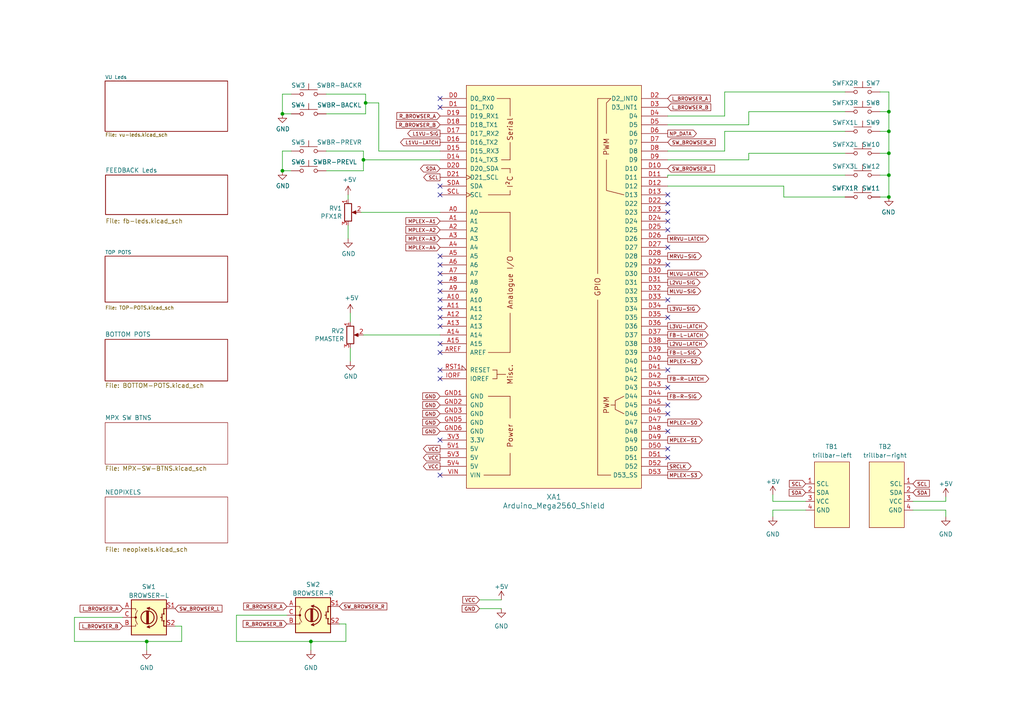
<source format=kicad_sch>
(kicad_sch (version 20210621) (generator eeschema)
  (paper "A4")
  (lib_symbols
    (symbol "Device:R_Potentiometer" (pin_names (offset 1.016) hide)
      (property "Reference" "RV" (at -4.445 0 90))
      (property "Value" "R_Potentiometer" (at -2.54 0 90))
      (symbol "R_Potentiometer_0_1"
        (rectangle (start 1.016 2.54) (end -1.016 -2.54) (stroke (width 0.254)))
        (polyline (pts (xy 2.54 0) (xy 1.524 0)))
        (polyline (pts (xy 1.143 0) (xy 2.286 0.508) (xy 2.286 -0.508) (xy 1.143 0)) (fill (type outline)))
      )
      (symbol "R_Potentiometer_1_1"
        (pin passive line (at 0 3.81 270) (length 1.27) (name "1") (number "1"))
        (pin passive line (at 3.81 0 180) (length 1.27) (name "2") (number "2"))
        (pin passive line (at 0 -3.81 90) (length 1.27) (name "3") (number "3"))
      )
    )
    (symbol "Device:RotaryEncoder_Switch" (pin_names (offset 0.254) hide)
      (property "Reference" "SW" (at 0 6.604 0))
      (property "Value" "RotaryEncoder_Switch" (at 0 -6.604 0))
      (symbol "RotaryEncoder_Switch_0_1"
        (arc (start -0.381 -2.794) (end -0.381 2.667) (radius (at -0.381 -0.0508) (length 2.7432) (angles -89.9 89.9)) (stroke (width 0.254)))
        (circle (center -0.381 0) (radius 1.905) (stroke (width 0.254)))
        (circle (center 4.318 -1.016) (radius 0.127) (stroke (width 0.254)))
        (circle (center 4.318 1.016) (radius 0.127) (stroke (width 0.254)))
        (circle (center -3.81 0) (radius 0.254) (fill (type outline)))
        (rectangle (start -5.08 5.08) (end 5.08 -5.08) (stroke (width 0.254)) (fill (type background)))
        (polyline (pts (xy -0.635 -1.778) (xy -0.635 1.778)) (stroke (width 0.254)))
        (polyline (pts (xy -0.381 -1.778) (xy -0.381 1.778)) (stroke (width 0.254)))
        (polyline (pts (xy -0.127 1.778) (xy -0.127 -1.778)) (stroke (width 0.254)))
        (polyline (pts (xy 3.81 0) (xy 3.429 0)) (stroke (width 0.254)))
        (polyline (pts (xy 3.81 1.016) (xy 3.81 -1.016)) (stroke (width 0.254)))
        (polyline (pts (xy -5.08 -2.54) (xy -3.81 -2.54) (xy -3.81 -2.032)))
        (polyline (pts (xy -5.08 2.54) (xy -3.81 2.54) (xy -3.81 2.032)))
        (polyline (pts (xy 0.254 -3.048) (xy -0.508 -2.794) (xy 0.127 -2.413)) (stroke (width 0.254)))
        (polyline (pts (xy 0.254 2.921) (xy -0.508 2.667) (xy 0.127 2.286)) (stroke (width 0.254)))
        (polyline (pts (xy 5.08 -2.54) (xy 4.318 -2.54) (xy 4.318 -1.016)) (stroke (width 0.254)))
        (polyline (pts (xy 5.08 2.54) (xy 4.318 2.54) (xy 4.318 1.016)) (stroke (width 0.254)))
        (polyline (pts (xy -5.08 0) (xy -3.81 0) (xy -3.81 -1.016) (xy -3.302 -2.032)))
        (polyline (pts (xy -4.318 0) (xy -3.81 0) (xy -3.81 1.016) (xy -3.302 2.032)))
      )
      (symbol "RotaryEncoder_Switch_1_1"
        (pin passive line (at -7.62 2.54 0) (length 2.54) (name "A") (number "A"))
        (pin passive line (at -7.62 -2.54 0) (length 2.54) (name "B") (number "B"))
        (pin passive line (at -7.62 0 0) (length 2.54) (name "C") (number "C"))
        (pin passive line (at 7.62 2.54 180) (length 2.54) (name "S1") (number "S1"))
        (pin passive line (at 7.62 -2.54 180) (length 2.54) (name "S2") (number "S2"))
      )
    )
    (symbol "mixduino-mk2:Arduino_Mega2560_Shield" (pin_names (offset 1.016))
      (property "Reference" "XA1" (at 0 -60.96 0))
      (property "Value" "Arduino_Mega2560_Shield" (at 0 -63.5 0))
      (symbol "Arduino_Mega2560_Shield_0_0"
        (text "Analogue I/O" (at -12.7 1.27 900) (effects (font (size 1.524 1.524))))
        (text "I²C" (at -12.7 30.48 900) (effects (font (size 1.524 1.524))))
        (text "Misc." (at -12.7 -25.4 900) (effects (font (size 1.524 1.524))))
        (text "Power" (at -12.7 -43.18 900) (effects (font (size 1.524 1.524))))
        (text "PWM" (at 15.24 -34.29 900) (effects (font (size 1.524 1.524))))
        (text "PWM" (at 15.24 40.64 900) (effects (font (size 1.524 1.524))))
        (text "Serial" (at -12.7 45.72 900) (effects (font (size 1.524 1.524))))
        (rectangle (start -20.32 -54.61) (end -12.7 -54.61))
        (rectangle (start -19.05 -31.75) (end -12.7 -31.75))
        (rectangle (start -19.05 -19.05) (end -12.7 -19.05))
        (rectangle (start -19.05 26.67) (end -12.7 26.67))
        (rectangle (start -17.78 -26.67) (end -16.51 -26.67))
        (rectangle (start -17.78 -24.13) (end -16.51 -24.13))
        (rectangle (start -16.51 -25.4) (end -13.97 -25.4))
        (rectangle (start -16.51 -24.13) (end -16.51 -26.67))
        (rectangle (start -16.51 54.61) (end -12.7 54.61))
        (rectangle (start -15.24 34.29) (end -12.7 34.29))
        (rectangle (start -15.24 36.83) (end -12.7 36.83))
        (rectangle (start -12.7 -54.61) (end -12.7 -48.26))
        (rectangle (start -12.7 -31.75) (end -12.7 -38.1))
        (rectangle (start -12.7 26.67) (end -12.7 27.94))
        (rectangle (start -12.7 34.29) (end -12.7 33.02))
        (rectangle (start -12.7 41.91) (end -12.7 36.83))
        (rectangle (start -12.7 49.53) (end -12.7 54.61))
        (rectangle (start -25.4 -58.42) (end 25.4 58.42) (fill (type background)))
        (polyline (pts (xy -21.59 21.59) (xy -12.7 21.59)))
        (polyline (pts (xy -12.7 -19.05) (xy -12.7 -7.62)))
        (polyline (pts (xy -12.7 10.16) (xy -12.7 21.59)))
        (polyline (pts (xy 12.7 -54.61) (xy 16.51 -54.61)))
        (polyline (pts (xy 12.7 54.61) (xy 16.51 54.61)))
        (polyline (pts (xy 17.78 -34.29) (xy 16.51 -34.29)))
        (polyline (pts (xy 15.24 36.83) (xy 15.24 27.94) (xy 20.32 26.67)))
        (polyline (pts (xy 15.24 44.45) (xy 15.24 53.34) (xy 16.51 54.61)))
        (polyline (pts (xy 20.32 -31.75) (xy 17.78 -33.02) (xy 17.78 -35.56) (xy 20.32 -36.83)))
      )
      (symbol "Arduino_Mega2560_Shield_1_0"
        (text "GPIO" (at 12.7 0 900) (effects (font (size 1.524 1.524))))
        (rectangle (start 12.7 -54.61) (end 12.7 -3.81))
        (rectangle (start 12.7 54.61) (end 12.7 3.81))
      )
      (symbol "Arduino_Mega2560_Shield_1_1"
        (pin power_in line (at -33.02 -44.45 0) (length 7.62) (name "3.3V") (number "3V3"))
        (pin power_in line (at -33.02 -46.99 0) (length 7.62) (name "5V") (number "5V1"))
        (pin power_in line (at -33.02 -49.53 0) (length 7.62) (name "5V") (number "5V3"))
        (pin power_in line (at -33.02 -52.07 0) (length 7.62) (name "5V") (number "5V4"))
        (pin bidirectional line (at -33.02 21.59 0) (length 7.62) (name "A0") (number "A0"))
        (pin bidirectional line (at -33.02 19.05 0) (length 7.62) (name "A1") (number "A1"))
        (pin bidirectional line (at -33.02 -3.81 0) (length 7.62) (name "A10") (number "A10"))
        (pin bidirectional line (at -33.02 -6.35 0) (length 7.62) (name "A11") (number "A11"))
        (pin bidirectional line (at -33.02 -8.89 0) (length 7.62) (name "A12") (number "A12"))
        (pin bidirectional line (at -33.02 -11.43 0) (length 7.62) (name "A13") (number "A13"))
        (pin bidirectional line (at -33.02 -13.97 0) (length 7.62) (name "A14") (number "A14"))
        (pin bidirectional line (at -33.02 -16.51 0) (length 7.62) (name "A15") (number "A15"))
        (pin bidirectional line (at -33.02 16.51 0) (length 7.62) (name "A2") (number "A2"))
        (pin bidirectional line (at -33.02 13.97 0) (length 7.62) (name "A3") (number "A3"))
        (pin bidirectional line (at -33.02 11.43 0) (length 7.62) (name "A4") (number "A4"))
        (pin bidirectional line (at -33.02 8.89 0) (length 7.62) (name "A5") (number "A5"))
        (pin bidirectional line (at -33.02 6.35 0) (length 7.62) (name "A6") (number "A6"))
        (pin bidirectional line (at -33.02 3.81 0) (length 7.62) (name "A7") (number "A7"))
        (pin bidirectional line (at -33.02 1.27 0) (length 7.62) (name "A8") (number "A8"))
        (pin bidirectional line (at -33.02 -1.27 0) (length 7.62) (name "A9") (number "A9"))
        (pin input line (at -33.02 -19.05 0) (length 7.62) (name "AREF") (number "AREF"))
        (pin bidirectional line (at -33.02 54.61 0) (length 7.62) (name "D0_RX0") (number "D0"))
        (pin bidirectional line (at -33.02 52.07 0) (length 7.62) (name "D1_TX0") (number "D1"))
        (pin bidirectional line (at 33.02 34.29 180) (length 7.62) (name "D10") (number "D10"))
        (pin bidirectional line (at 33.02 31.75 180) (length 7.62) (name "D11") (number "D11"))
        (pin bidirectional line (at 33.02 29.21 180) (length 7.62) (name "D12") (number "D12"))
        (pin bidirectional line (at 33.02 26.67 180) (length 7.62) (name "D13") (number "D13"))
        (pin bidirectional line (at -33.02 36.83 0) (length 7.62) (name "D14_TX3") (number "D14"))
        (pin bidirectional line (at -33.02 39.37 0) (length 7.62) (name "D15_RX3") (number "D15"))
        (pin bidirectional line (at -33.02 41.91 0) (length 7.62) (name "D16_TX2") (number "D16"))
        (pin bidirectional line (at -33.02 44.45 0) (length 7.62) (name "D17_RX2") (number "D17"))
        (pin bidirectional line (at -33.02 46.99 0) (length 7.62) (name "D18_TX1") (number "D18"))
        (pin bidirectional line (at -33.02 49.53 0) (length 7.62) (name "D19_RX1") (number "D19"))
        (pin bidirectional line (at 33.02 54.61 180) (length 7.62) (name "D2_INT0") (number "D2"))
        (pin bidirectional line (at -33.02 34.29 0) (length 7.62) (name "D20_SDA") (number "D20"))
        (pin bidirectional clock (at -33.02 31.75 0) (length 7.62) (name "D21_SCL") (number "D21"))
        (pin bidirectional line (at 33.02 24.13 180) (length 7.62) (name "D22") (number "D22"))
        (pin bidirectional line (at 33.02 21.59 180) (length 7.62) (name "D23") (number "D23"))
        (pin bidirectional line (at 33.02 19.05 180) (length 7.62) (name "D24") (number "D24"))
        (pin bidirectional line (at 33.02 16.51 180) (length 7.62) (name "D25") (number "D25"))
        (pin bidirectional line (at 33.02 13.97 180) (length 7.62) (name "D26") (number "D26"))
        (pin bidirectional line (at 33.02 11.43 180) (length 7.62) (name "D27") (number "D27"))
        (pin bidirectional line (at 33.02 8.89 180) (length 7.62) (name "D28") (number "D28"))
        (pin bidirectional line (at 33.02 6.35 180) (length 7.62) (name "D29") (number "D29"))
        (pin bidirectional line (at 33.02 52.07 180) (length 7.62) (name "D3_INT1") (number "D3"))
        (pin bidirectional line (at 33.02 3.81 180) (length 7.62) (name "D30") (number "D30"))
        (pin bidirectional line (at 33.02 1.27 180) (length 7.62) (name "D31") (number "D31"))
        (pin bidirectional line (at 33.02 -1.27 180) (length 7.62) (name "D32") (number "D32"))
        (pin bidirectional line (at 33.02 -3.81 180) (length 7.62) (name "D33") (number "D33"))
        (pin bidirectional line (at 33.02 -6.35 180) (length 7.62) (name "D34") (number "D34"))
        (pin bidirectional line (at 33.02 -8.89 180) (length 7.62) (name "D35") (number "D35"))
        (pin bidirectional line (at 33.02 -11.43 180) (length 7.62) (name "D36") (number "D36"))
        (pin bidirectional line (at 33.02 -13.97 180) (length 7.62) (name "D37") (number "D37"))
        (pin bidirectional line (at 33.02 -16.51 180) (length 7.62) (name "D38") (number "D38"))
        (pin bidirectional line (at 33.02 -19.05 180) (length 7.62) (name "D39") (number "D39"))
        (pin bidirectional line (at 33.02 49.53 180) (length 7.62) (name "D4") (number "D4"))
        (pin bidirectional line (at 33.02 -21.59 180) (length 7.62) (name "D40") (number "D40"))
        (pin bidirectional line (at 33.02 -24.13 180) (length 7.62) (name "D41") (number "D41"))
        (pin bidirectional line (at 33.02 -26.67 180) (length 7.62) (name "D42") (number "D42"))
        (pin bidirectional line (at 33.02 -29.21 180) (length 7.62) (name "D43") (number "D43"))
        (pin bidirectional line (at 33.02 -31.75 180) (length 7.62) (name "D44") (number "D44"))
        (pin bidirectional line (at 33.02 -34.29 180) (length 7.62) (name "D45") (number "D45"))
        (pin bidirectional line (at 33.02 -36.83 180) (length 7.62) (name "D46") (number "D46"))
        (pin bidirectional line (at 33.02 -39.37 180) (length 7.62) (name "D47") (number "D47"))
        (pin bidirectional line (at 33.02 -41.91 180) (length 7.62) (name "D48") (number "D48"))
        (pin bidirectional line (at 33.02 -44.45 180) (length 7.62) (name "D49") (number "D49"))
        (pin bidirectional line (at 33.02 46.99 180) (length 7.62) (name "D5") (number "D5"))
        (pin bidirectional line (at 33.02 -46.99 180) (length 7.62) (name "D50") (number "D50"))
        (pin bidirectional line (at 33.02 -49.53 180) (length 7.62) (name "D51") (number "D51"))
        (pin bidirectional line (at 33.02 -52.07 180) (length 7.62) (name "D52") (number "D52"))
        (pin bidirectional line (at 33.02 -54.61 180) (length 7.62) (name "D53_SS") (number "D53"))
        (pin bidirectional line (at 33.02 44.45 180) (length 7.62) (name "D6") (number "D6"))
        (pin bidirectional line (at 33.02 41.91 180) (length 7.62) (name "D7") (number "D7"))
        (pin bidirectional line (at 33.02 39.37 180) (length 7.62) (name "D8") (number "D8"))
        (pin bidirectional line (at 33.02 36.83 180) (length 7.62) (name "D9") (number "D9"))
        (pin power_in line (at -33.02 -31.75 0) (length 7.62) (name "GND") (number "GND1"))
        (pin power_in line (at -33.02 -34.29 0) (length 7.62) (name "GND") (number "GND2"))
        (pin power_in line (at -33.02 -36.83 0) (length 7.62) (name "GND") (number "GND3"))
        (pin power_in line (at -33.02 -39.37 0) (length 7.62) (name "GND") (number "GND5"))
        (pin power_in line (at -33.02 -41.91 0) (length 7.62) (name "GND") (number "GND6"))
        (pin output line (at -33.02 -26.67 0) (length 7.62) (name "IOREF") (number "IORF"))
        (pin open_collector input_low (at -33.02 -24.13 0) (length 7.62) (name "RESET") (number "RST1"))
        (pin bidirectional clock (at -33.02 26.67 0) (length 7.62) (name "SCL") (number "SCL"))
        (pin bidirectional line (at -33.02 29.21 0) (length 7.62) (name "SDA") (number "SDA"))
        (pin power_in line (at -33.02 -54.61 0) (length 7.62) (name "VIN") (number "VIN"))
      )
    )
    (symbol "mixduino-mk2:SW_Push" (pin_numbers hide) (pin_names (offset 1.016) hide)
      (property "Reference" "SW" (at -5.08 2.54 0))
      (property "Value" "SW_Push" (at 5.08 2.54 0))
      (symbol "SW_Push_0_1"
        (circle (center -2.032 0) (radius 0.508))
        (circle (center 2.032 0) (radius 0.508))
        (polyline (pts (xy 0 1.27) (xy 0 3.048)))
        (polyline (pts (xy 2.54 1.27) (xy -2.54 1.27)))
        (pin passive line (at -5.08 0 0) (length 2.54) (name "1") (number "1"))
        (pin passive line (at 5.08 0 180) (length 2.54) (name "2") (number "2"))
      )
    )
    (symbol "mixduino-mk2:trillbar"
      (property "Reference" "TB1" (at -1.905 14.6051 0))
      (property "Value" "trillbar" (at -5.715 12.0651 0))
      (symbol "trillbar_0_1"
        (rectangle (start -5.08 10.16) (end 5.08 -8.89) (stroke (width 0.1524)) (fill (type background)))
      )
      (symbol "trillbar_1_1"
        (pin input line (at 7.62 3.81 180) (length 2.54) (name "SCL") (number "1"))
        (pin bidirectional line (at 7.62 1.27 180) (length 2.54) (name "SDA") (number "2"))
        (pin power_in line (at 7.62 -1.27 180) (length 2.54) (name "VCC") (number "3"))
        (pin power_in line (at 7.62 -3.81 180) (length 2.54) (name "GND") (number "4"))
      )
    )
    (symbol "power:+5V" (power) (pin_names (offset 0))
      (property "Value" "+5V" (at 0 3.556 0))
      (symbol "+5V_0_1"
        (polyline (pts (xy -0.762 1.27) (xy 0 2.54)))
        (polyline (pts (xy 0 0) (xy 0 2.54)))
        (polyline (pts (xy 0 2.54) (xy 0.762 1.27)))
      )
      (symbol "+5V_1_1"
        (pin power_in line (at 0 0 90) (length 0) hide (name "+5V") (number "1"))
      )
    )
    (symbol "power:GND" (power) (pin_names (offset 0))
      (property "Value" "GND" (at 0 -3.81 0))
      (symbol "GND_0_1"
        (polyline (pts (xy 0 0) (xy 0 -1.27) (xy 1.27 -1.27) (xy 0 -2.54) (xy -1.27 -1.27) (xy 0 -1.27)))
      )
      (symbol "GND_1_1"
        (pin power_in line (at 0 0 270) (length 0) hide (name "GND") (number "1"))
      )
    )
  )
  (junction (at 42.545 186.055) (diameter 0.9144))
  (junction (at 81.915 33.02) (diameter 0.9144))
  (junction (at 81.915 49.53) (diameter 0.9144))
  (junction (at 90.17 186.055) (diameter 0.9144))
  (junction (at 105.41 46.355) (diameter 0.9144))
  (junction (at 106.045 29.845) (diameter 0.9144))
  (junction (at 257.81 32.385) (diameter 0.9144))
  (junction (at 257.81 38.1) (diameter 0.9144))
  (junction (at 257.81 44.45) (diameter 0.9144))
  (junction (at 257.81 50.8) (diameter 0.9144))
  (junction (at 257.81 57.15) (diameter 0.9144))
  (no_connect (at 127.635 28.575))
  (no_connect (at 127.635 31.115))
  (no_connect (at 127.635 53.975))
  (no_connect (at 127.635 56.515))
  (no_connect (at 127.635 74.295))
  (no_connect (at 127.635 76.835))
  (no_connect (at 127.635 79.375))
  (no_connect (at 127.635 81.915))
  (no_connect (at 127.635 84.455))
  (no_connect (at 127.635 86.995))
  (no_connect (at 127.635 89.535))
  (no_connect (at 127.635 92.075))
  (no_connect (at 127.635 94.615))
  (no_connect (at 127.635 99.695))
  (no_connect (at 127.635 102.235))
  (no_connect (at 127.635 107.315))
  (no_connect (at 127.635 109.855))
  (no_connect (at 127.635 127.635))
  (no_connect (at 127.635 137.795))
  (no_connect (at 193.675 56.515))
  (no_connect (at 193.675 59.055))
  (no_connect (at 193.675 61.595))
  (no_connect (at 193.675 64.135))
  (no_connect (at 193.675 66.675))
  (no_connect (at 193.675 71.755))
  (no_connect (at 193.675 76.835))
  (no_connect (at 193.675 86.995))
  (no_connect (at 193.675 92.075))
  (no_connect (at 193.675 107.315))
  (no_connect (at 193.675 112.395))
  (no_connect (at 193.675 117.475))
  (no_connect (at 193.675 120.015))
  (no_connect (at 193.675 125.095))
  (no_connect (at 193.675 130.175))
  (no_connect (at 193.675 132.715))
  (wire (pts (xy 21.59 179.07) (xy 21.59 186.055)))
  (wire (pts (xy 21.59 186.055) (xy 42.545 186.055)))
  (wire (pts (xy 35.56 179.07) (xy 21.59 179.07)))
  (wire (pts (xy 42.545 186.055) (xy 42.545 188.595)))
  (wire (pts (xy 50.8 181.61) (xy 52.705 181.61)))
  (wire (pts (xy 52.705 181.61) (xy 52.705 186.055)))
  (wire (pts (xy 52.705 186.055) (xy 42.545 186.055)))
  (wire (pts (xy 68.58 178.435) (xy 68.58 186.055)))
  (wire (pts (xy 68.58 186.055) (xy 90.17 186.055)))
  (wire (pts (xy 81.915 27.305) (xy 81.915 33.02)))
  (wire (pts (xy 81.915 43.815) (xy 81.915 49.53)))
  (wire (pts (xy 83.185 178.435) (xy 68.58 178.435)))
  (wire (pts (xy 84.455 27.305) (xy 81.915 27.305)))
  (wire (pts (xy 84.455 33.02) (xy 81.915 33.02)))
  (wire (pts (xy 84.455 43.815) (xy 81.915 43.815)))
  (wire (pts (xy 84.455 49.53) (xy 81.915 49.53)))
  (wire (pts (xy 90.17 186.055) (xy 90.17 188.595)))
  (wire (pts (xy 94.615 33.02) (xy 106.045 33.02)))
  (wire (pts (xy 94.615 49.53) (xy 105.41 49.53)))
  (wire (pts (xy 98.425 180.975) (xy 100.33 180.975)))
  (wire (pts (xy 100.33 180.975) (xy 100.33 186.055)))
  (wire (pts (xy 100.33 186.055) (xy 90.17 186.055)))
  (wire (pts (xy 100.965 56.515) (xy 100.965 57.785)))
  (wire (pts (xy 100.965 69.215) (xy 100.965 65.405)))
  (wire (pts (xy 101.6 90.805) (xy 101.6 93.345)))
  (wire (pts (xy 101.6 104.775) (xy 101.6 100.965)))
  (wire (pts (xy 104.775 61.595) (xy 127.635 61.595)))
  (wire (pts (xy 105.41 43.815) (xy 94.615 43.815)))
  (wire (pts (xy 105.41 46.355) (xy 105.41 43.815)))
  (wire (pts (xy 105.41 49.53) (xy 105.41 46.355)))
  (wire (pts (xy 105.41 97.155) (xy 127.635 97.155)))
  (wire (pts (xy 106.045 27.305) (xy 94.615 27.305)))
  (wire (pts (xy 106.045 27.305) (xy 106.045 29.845)))
  (wire (pts (xy 106.045 29.845) (xy 106.045 33.02)))
  (wire (pts (xy 109.855 29.845) (xy 106.045 29.845)))
  (wire (pts (xy 109.855 43.815) (xy 109.855 29.845)))
  (wire (pts (xy 127.635 43.815) (xy 109.855 43.815)))
  (wire (pts (xy 127.635 46.355) (xy 105.41 46.355)))
  (wire (pts (xy 139.065 173.99) (xy 145.415 173.99)))
  (wire (pts (xy 139.065 176.53) (xy 145.415 176.53)))
  (wire (pts (xy 193.675 33.655) (xy 210.185 33.655)))
  (wire (pts (xy 193.675 43.815) (xy 210.185 43.815)))
  (wire (pts (xy 193.675 46.355) (xy 217.17 46.355)))
  (wire (pts (xy 193.675 50.8) (xy 193.675 51.435)))
  (wire (pts (xy 193.675 50.8) (xy 245.11 50.8)))
  (wire (pts (xy 193.675 53.975) (xy 227.33 53.975)))
  (wire (pts (xy 210.185 26.67) (xy 245.11 26.67)))
  (wire (pts (xy 210.185 33.655) (xy 210.185 26.67)))
  (wire (pts (xy 210.185 38.1) (xy 210.185 43.815)))
  (wire (pts (xy 217.17 32.385) (xy 217.17 36.195)))
  (wire (pts (xy 217.17 36.195) (xy 193.675 36.195)))
  (wire (pts (xy 217.17 44.45) (xy 217.17 46.355)))
  (wire (pts (xy 224.155 145.415) (xy 224.155 143.51)))
  (wire (pts (xy 224.155 147.955) (xy 224.155 149.86)))
  (wire (pts (xy 227.33 53.975) (xy 227.33 57.15)))
  (wire (pts (xy 227.33 57.15) (xy 245.11 57.15)))
  (wire (pts (xy 233.68 145.415) (xy 224.155 145.415)))
  (wire (pts (xy 233.68 147.955) (xy 224.155 147.955)))
  (wire (pts (xy 245.11 32.385) (xy 217.17 32.385)))
  (wire (pts (xy 245.11 38.1) (xy 210.185 38.1)))
  (wire (pts (xy 245.11 44.45) (xy 217.17 44.45)))
  (wire (pts (xy 255.27 26.67) (xy 257.81 26.67)))
  (wire (pts (xy 255.27 32.385) (xy 257.81 32.385)))
  (wire (pts (xy 255.27 38.1) (xy 257.81 38.1)))
  (wire (pts (xy 255.27 44.45) (xy 257.81 44.45)))
  (wire (pts (xy 255.27 50.8) (xy 257.81 50.8)))
  (wire (pts (xy 255.27 57.15) (xy 257.81 57.15)))
  (wire (pts (xy 257.81 26.67) (xy 257.81 32.385)))
  (wire (pts (xy 257.81 32.385) (xy 257.81 38.1)))
  (wire (pts (xy 257.81 38.1) (xy 257.81 44.45)))
  (wire (pts (xy 257.81 44.45) (xy 257.81 50.8)))
  (wire (pts (xy 257.81 50.8) (xy 257.81 57.15)))
  (wire (pts (xy 264.795 145.415) (xy 274.32 145.415)))
  (wire (pts (xy 264.795 147.955) (xy 274.32 147.955)))
  (wire (pts (xy 274.32 145.415) (xy 274.32 144.145)))
  (wire (pts (xy 274.32 147.955) (xy 274.32 149.86)))
  (global_label "L_BROWSER_A" (shape input) (at 35.56 176.53 180) (effects (font (size 1.016 1.016))) (property "Intersheet References" "${INTERSHEET_REFS}" (effects hide)))
  (global_label "L_BROWSER_B" (shape input) (at 35.56 181.61 180) (effects (font (size 1.016 1.016))) (property "Intersheet References" "${INTERSHEET_REFS}" (effects hide)))
  (global_label "SW_BROWSER_L" (shape input) (at 50.8 176.53 0) (effects (font (size 1.016 1.016))) (property "Intersheet References" "${INTERSHEET_REFS}" (effects hide)))
  (global_label "R_BROWSER_A" (shape input) (at 83.185 175.895 180) (effects (font (size 1.016 1.016))) (property "Intersheet References" "${INTERSHEET_REFS}" (effects hide)))
  (global_label "R_BROWSER_B" (shape input) (at 83.185 180.975 180) (effects (font (size 1.016 1.016))) (property "Intersheet References" "${INTERSHEET_REFS}" (effects hide)))
  (global_label "SW_BROWSER_R" (shape input) (at 98.425 175.895 0) (effects (font (size 1.016 1.016))) (property "Intersheet References" "${INTERSHEET_REFS}" (effects hide)))
  (global_label "R_BROWSER_A" (shape input) (at 127.635 33.655 180) (effects (font (size 1.016 1.016))) (property "Intersheet References" "${INTERSHEET_REFS}" (effects hide)))
  (global_label "R_BROWSER_B" (shape input) (at 127.635 36.195 180) (effects (font (size 1.016 1.016))) (property "Intersheet References" "${INTERSHEET_REFS}" (effects hide)))
  (global_label "L1VU-SIG" (shape output) (at 127.635 38.735 180) (effects (font (size 1.016 1.016))) (property "Intersheet References" "${INTERSHEET_REFS}" (effects hide)))
  (global_label "L1VU-LATCH" (shape output) (at 127.635 41.275 180) (effects (font (size 1.016 1.016))) (property "Intersheet References" "${INTERSHEET_REFS}" (effects hide)))
  (global_label "SDA" (shape bidirectional) (at 127.635 48.895 180) (effects (font (size 1.016 1.016))) (property "Intersheet References" "${INTERSHEET_REFS}" (effects hide)))
  (global_label "SCL" (shape output) (at 127.635 51.435 180) (effects (font (size 1.016 1.016))) (property "Intersheet References" "${INTERSHEET_REFS}" (effects hide)))
  (global_label "MPLEX-A1" (shape input) (at 127.635 64.135 180) (effects (font (size 1.016 1.016))) (property "Intersheet References" "${INTERSHEET_REFS}" (effects hide)))
  (global_label "MPLEX-A2" (shape input) (at 127.635 66.675 180) (effects (font (size 1.016 1.016))) (property "Intersheet References" "${INTERSHEET_REFS}" (effects hide)))
  (global_label "MPLEX-A3" (shape input) (at 127.635 69.215 180) (effects (font (size 1.016 1.016))) (property "Intersheet References" "${INTERSHEET_REFS}" (effects hide)))
  (global_label "MPLEX-A4" (shape input) (at 127.635 71.755 180) (effects (font (size 1.016 1.016))) (property "Intersheet References" "${INTERSHEET_REFS}" (effects hide)))
  (global_label "GND" (shape input) (at 127.635 114.935 180) (effects (font (size 1.016 1.016))) (property "Intersheet References" "${INTERSHEET_REFS}" (effects hide)))
  (global_label "GND" (shape input) (at 127.635 117.475 180) (effects (font (size 1.016 1.016))) (property "Intersheet References" "${INTERSHEET_REFS}" (effects hide)))
  (global_label "GND" (shape input) (at 127.635 120.015 180) (effects (font (size 1.016 1.016))) (property "Intersheet References" "${INTERSHEET_REFS}" (effects hide)))
  (global_label "GND" (shape input) (at 127.635 122.555 180) (effects (font (size 1.016 1.016))) (property "Intersheet References" "${INTERSHEET_REFS}" (effects hide)))
  (global_label "GND" (shape input) (at 127.635 125.095 180) (effects (font (size 1.016 1.016))) (property "Intersheet References" "${INTERSHEET_REFS}" (effects hide)))
  (global_label "VCC" (shape output) (at 127.635 130.175 180) (effects (font (size 1.016 1.016))) (property "Intersheet References" "${INTERSHEET_REFS}" (effects hide)))
  (global_label "VCC" (shape output) (at 127.635 132.715 180) (effects (font (size 1.016 1.016))) (property "Intersheet References" "${INTERSHEET_REFS}" (effects hide)))
  (global_label "VCC" (shape output) (at 127.635 135.255 180) (effects (font (size 1.016 1.016))) (property "Intersheet References" "${INTERSHEET_REFS}" (effects hide)))
  (global_label "VCC" (shape input) (at 139.065 173.99 180) (effects (font (size 1.016 1.016))) (property "Intersheet References" "${INTERSHEET_REFS}" (effects hide)))
  (global_label "GND" (shape input) (at 139.065 176.53 180) (effects (font (size 1.016 1.016))) (property "Intersheet References" "${INTERSHEET_REFS}" (effects hide)))
  (global_label "L_BROWSER_A" (shape input) (at 193.675 28.575 0) (effects (font (size 1.016 1.016))) (property "Intersheet References" "${INTERSHEET_REFS}" (effects hide)))
  (global_label "L_BROWSER_B" (shape input) (at 193.675 31.115 0) (effects (font (size 1.016 1.016))) (property "Intersheet References" "${INTERSHEET_REFS}" (effects hide)))
  (global_label "NP_DATA" (shape output) (at 193.675 38.735 0) (effects (font (size 1.016 1.016))) (property "Intersheet References" "${INTERSHEET_REFS}" (effects hide)))
  (global_label "SW_BROWSER_R" (shape input) (at 193.675 41.275 0) (effects (font (size 1.016 1.016))) (property "Intersheet References" "${INTERSHEET_REFS}" (effects hide)))
  (global_label "SW_BROWSER_L" (shape input) (at 193.675 48.895 0) (effects (font (size 1.016 1.016))) (property "Intersheet References" "${INTERSHEET_REFS}" (effects hide)))
  (global_label "MRVU-LATCH" (shape output) (at 193.675 69.215 0) (effects (font (size 1.016 1.016))) (property "Intersheet References" "${INTERSHEET_REFS}" (effects hide)))
  (global_label "MRVU-SIG" (shape output) (at 193.675 74.295 0) (effects (font (size 1.016 1.016))) (property "Intersheet References" "${INTERSHEET_REFS}" (effects hide)))
  (global_label "MLVU-LATCH" (shape output) (at 193.675 79.375 0) (effects (font (size 1.016 1.016))) (property "Intersheet References" "${INTERSHEET_REFS}" (effects hide)))
  (global_label "L2VU-SIG" (shape output) (at 193.675 81.915 0) (effects (font (size 1.016 1.016))) (property "Intersheet References" "${INTERSHEET_REFS}" (effects hide)))
  (global_label "MLVU-SIG" (shape output) (at 193.675 84.455 0) (effects (font (size 1.016 1.016))) (property "Intersheet References" "${INTERSHEET_REFS}" (effects hide)))
  (global_label "L3VU-SIG" (shape output) (at 193.675 89.535 0) (effects (font (size 1.016 1.016))) (property "Intersheet References" "${INTERSHEET_REFS}" (effects hide)))
  (global_label "L3VU-LATCH" (shape output) (at 193.675 94.615 0) (effects (font (size 1.016 1.016))) (property "Intersheet References" "${INTERSHEET_REFS}" (effects hide)))
  (global_label "FB-L-LATCH" (shape output) (at 193.675 97.155 0) (effects (font (size 1.016 1.016))) (property "Intersheet References" "${INTERSHEET_REFS}" (effects hide)))
  (global_label "L2VU-LATCH" (shape output) (at 193.675 99.695 0) (effects (font (size 1.016 1.016))) (property "Intersheet References" "${INTERSHEET_REFS}" (effects hide)))
  (global_label "FB-L-SIG" (shape output) (at 193.675 102.235 0) (effects (font (size 1.016 1.016))) (property "Intersheet References" "${INTERSHEET_REFS}" (effects hide)))
  (global_label "MPLEX-S2" (shape output) (at 193.675 104.775 0) (effects (font (size 1.016 1.016))) (property "Intersheet References" "${INTERSHEET_REFS}" (effects hide)))
  (global_label "FB-R-LATCH" (shape output) (at 193.675 109.855 0) (effects (font (size 1.016 1.016))) (property "Intersheet References" "${INTERSHEET_REFS}" (effects hide)))
  (global_label "FB-R-SIG" (shape output) (at 193.675 114.935 0) (effects (font (size 1.016 1.016))) (property "Intersheet References" "${INTERSHEET_REFS}" (effects hide)))
  (global_label "MPLEX-S0" (shape output) (at 193.675 122.555 0) (effects (font (size 1.016 1.016))) (property "Intersheet References" "${INTERSHEET_REFS}" (effects hide)))
  (global_label "MPLEX-S1" (shape output) (at 193.675 127.635 0) (effects (font (size 1.016 1.016))) (property "Intersheet References" "${INTERSHEET_REFS}" (effects hide)))
  (global_label "SRCLK" (shape output) (at 193.675 135.255 0) (effects (font (size 1.016 1.016))) (property "Intersheet References" "${INTERSHEET_REFS}" (effects hide)))
  (global_label "MPLEX-S3" (shape output) (at 193.675 137.795 0) (effects (font (size 1.016 1.016))) (property "Intersheet References" "${INTERSHEET_REFS}" (effects hide)))
  (global_label "SCL" (shape input) (at 233.68 140.335 180) (effects (font (size 1.016 1.016))) (property "Intersheet References" "${INTERSHEET_REFS}" (effects hide)))
  (global_label "SDA" (shape input) (at 233.68 142.875 180) (effects (font (size 1.016 1.016))) (property "Intersheet References" "${INTERSHEET_REFS}" (effects hide)))
  (global_label "SCL" (shape input) (at 264.795 140.335 0) (effects (font (size 1.016 1.016))) (property "Intersheet References" "${INTERSHEET_REFS}" (effects hide)))
  (global_label "SDA" (shape input) (at 264.795 142.875 0) (effects (font (size 1.016 1.016))) (property "Intersheet References" "${INTERSHEET_REFS}" (effects hide)))
  (symbol (lib_id "power:+5V") (at 100.965 56.515 0) (unit 1)
    (property "Reference" "#PWR03" (effects hide))
    (property "Value" "+5V" (at 101.346 52.1208 0))
  )
  (symbol (lib_id "power:+5V") (at 101.6 90.805 0) (unit 1)
    (property "Reference" "#PWR05" (effects hide))
    (property "Value" "+5V" (at 101.981 86.4108 0))
  )
  (symbol (lib_id "power:+5V") (at 145.415 173.99 0) (unit 1)
    (property "Reference" "#PWR07" (effects hide))
    (property "Value" "+5V" (at 145.415 170.18 0))
  )
  (symbol (lib_id "power:+5V") (at 224.155 143.51 0) (unit 1)
    (property "Reference" "#PWR09" (effects hide))
    (property "Value" "+5V" (at 224.155 139.7 0))
  )
  (symbol (lib_id "power:+5V") (at 274.32 144.145 0) (unit 1)
    (property "Reference" "#PWR014" (effects hide))
    (property "Value" "+5V" (at 274.32 140.335 0))
  )
  (symbol (lib_id "power:GND") (at 42.545 188.595 0) (unit 1)
    (property "Reference" "#PWR01" (effects hide))
    (property "Value" "GND" (at 42.545 193.675 0))
  )
  (symbol (lib_id "power:GND") (at 81.915 33.02 0) (unit 1)
    (property "Reference" "#PWR011" (effects hide))
    (property "Value" "GND" (at 82.042 37.4142 0))
  )
  (symbol (lib_id "power:GND") (at 81.915 49.53 0) (unit 1)
    (property "Reference" "#PWR012" (effects hide))
    (property "Value" "GND" (at 82.042 53.9242 0))
  )
  (symbol (lib_id "power:GND") (at 90.17 188.595 0) (unit 1)
    (property "Reference" "#PWR02" (effects hide))
    (property "Value" "GND" (at 90.17 193.675 0))
  )
  (symbol (lib_id "power:GND") (at 100.965 69.215 0) (unit 1)
    (property "Reference" "#PWR04" (effects hide))
    (property "Value" "GND" (at 101.092 73.6092 0))
  )
  (symbol (lib_id "power:GND") (at 101.6 104.775 0) (unit 1)
    (property "Reference" "#PWR06" (effects hide))
    (property "Value" "GND" (at 101.727 109.1692 0))
  )
  (symbol (lib_id "power:GND") (at 145.415 176.53 0) (unit 1)
    (property "Reference" "#PWR08" (effects hide))
    (property "Value" "GND" (at 145.415 181.61 0))
  )
  (symbol (lib_id "power:GND") (at 224.155 149.86 0) (unit 1)
    (property "Reference" "#PWR010" (effects hide))
    (property "Value" "GND" (at 224.155 154.94 0))
  )
  (symbol (lib_id "power:GND") (at 257.81 57.15 0) (mirror y) (unit 1)
    (property "Reference" "#PWR013" (effects hide))
    (property "Value" "GND" (at 257.683 61.5442 0))
  )
  (symbol (lib_id "power:GND") (at 274.32 149.86 0) (unit 1)
    (property "Reference" "#PWR015" (effects hide))
    (property "Value" "GND" (at 274.32 154.94 0))
  )
  (symbol (lib_id "mixduino-mk2:SW_Push") (at 89.535 27.305 0) (unit 1)
    (property "Reference" "SW3" (at 84.455 24.765 0) (effects (justify left)))
    (property "Value" "SWBR-BACKR" (at 98.425 24.765 0))
    (property "Footprint" "Library:SW_Push_1P1T_NO_6x6mm_H8mm" (effects hide))
  )
  (symbol (lib_id "mixduino-mk2:SW_Push") (at 89.535 33.02 0) (unit 1)
    (property "Reference" "SW4" (at 84.455 30.48 0) (effects (justify left)))
    (property "Value" "SWBR-BACKL" (at 98.425 30.48 0))
    (property "Footprint" "Library:SW_Push_1P1T_NO_6x6mm_H8mm" (effects hide))
  )
  (symbol (lib_id "mixduino-mk2:SW_Push") (at 89.535 43.815 0) (unit 1)
    (property "Reference" "SW5" (at 84.455 41.275 0) (effects (justify left)))
    (property "Value" "SWBR-PREVR" (at 98.425 41.275 0))
    (property "Footprint" "Library:SW_Push_1P1T_NO_6x6mm_H8mm" (effects hide))
  )
  (symbol (lib_id "mixduino-mk2:SW_Push") (at 89.535 49.53 0) (unit 1)
    (property "Reference" "SW6" (at 84.455 46.99 0) (effects (justify left)))
    (property "Value" "SWBR-PREVL" (at 97.155 46.99 0))
    (property "Footprint" "Library:SW_Push_1P1T_NO_6x6mm_H8mm" (effects hide))
  )
  (symbol (lib_id "mixduino-mk2:SW_Push") (at 250.19 26.67 0) (mirror y) (unit 1)
    (property "Reference" "SW7" (at 255.27 24.13 0) (effects (justify left)))
    (property "Value" "SWFX2R" (at 245.11 24.13 0))
    (property "Footprint" "Library:SW_Push_1P1T_NO_6x6mm_H8mm" (effects hide))
  )
  (symbol (lib_id "mixduino-mk2:SW_Push") (at 250.19 32.385 0) (mirror y) (unit 1)
    (property "Reference" "SW8" (at 255.27 29.845 0) (effects (justify left)))
    (property "Value" "SWFX3R" (at 245.11 29.845 0))
    (property "Footprint" "Library:SW_Push_1P1T_NO_6x6mm_H8mm" (effects hide))
  )
  (symbol (lib_id "mixduino-mk2:SW_Push") (at 250.19 38.1 0) (mirror y) (unit 1)
    (property "Reference" "SW9" (at 255.27 35.56 0) (effects (justify left)))
    (property "Value" "SWFX1L" (at 245.11 35.56 0))
    (property "Footprint" "Library:SW_Push_1P1T_NO_6x6mm_H8mm" (effects hide))
  )
  (symbol (lib_id "mixduino-mk2:SW_Push") (at 250.19 44.45 0) (mirror y) (unit 1)
    (property "Reference" "SW10" (at 255.27 41.91 0) (effects (justify left)))
    (property "Value" "SWFX2L" (at 245.11 41.91 0))
    (property "Footprint" "Library:SW_Push_1P1T_NO_6x6mm_H8mm" (effects hide))
  )
  (symbol (lib_id "mixduino-mk2:SW_Push") (at 250.19 50.8 0) (mirror y) (unit 1)
    (property "Reference" "SW12" (at 255.27 48.26 0) (effects (justify left)))
    (property "Value" "SWFX3L" (at 245.11 48.26 0))
    (property "Footprint" "Library:SW_Push_1P1T_NO_6x6mm_H8mm" (effects hide))
  )
  (symbol (lib_id "mixduino-mk2:SW_Push") (at 250.19 57.15 0) (mirror y) (unit 1)
    (property "Reference" "SW11" (at 255.27 54.61 0) (effects (justify left)))
    (property "Value" "SWFX1R" (at 245.11 54.61 0))
    (property "Footprint" "Library:SW_Push_1P1T_NO_6x6mm_H8mm" (effects hide))
  )
  (symbol (lib_id "Device:R_Potentiometer") (at 100.965 61.595 0) (unit 1)
    (property "Reference" "RV1" (at 99.2124 60.4266 0) (effects (justify right)))
    (property "Value" "PFX1R" (at 99.2124 62.738 0) (effects (justify right)))
    (property "Footprint" "Library:Potentiometer_Bourns_PTV09A-1_Single_Vertical" (effects hide))
  )
  (symbol (lib_id "Device:R_Potentiometer") (at 101.6 97.155 0) (unit 1)
    (property "Reference" "RV2" (at 99.8474 95.9866 0) (effects (justify right)))
    (property "Value" "PMASTER" (at 99.8474 98.298 0) (effects (justify right)))
    (property "Footprint" "Library:Potentiometer_Bourns_PTV09A-1_Single_Vertical" (effects hide))
  )
  (symbol (lib_id "Device:RotaryEncoder_Switch") (at 43.18 179.07 0) (unit 1)
    (property "Reference" "SW1" (at 43.18 170.18 0))
    (property "Value" "BROWSER-L" (at 43.18 172.72 0))
    (property "Footprint" "Library:RotaryEncoder_Alps_EC11E-Switch_Vertical_H20mm_CircularMountingHoles" (effects hide))
  )
  (symbol (lib_id "Device:RotaryEncoder_Switch") (at 90.805 178.435 0) (unit 1)
    (property "Reference" "SW2" (at 90.805 169.545 0))
    (property "Value" "BROWSER-R" (at 90.805 172.085 0))
    (property "Footprint" "Library:RotaryEncoder_Alps_EC11E-Switch_Vertical_H20mm_CircularMountingHoles" (effects hide))
  )
  (symbol (lib_id "mixduino-mk2:trillbar") (at 241.3 144.145 0) (mirror y) (unit 1)
    (property "Reference" "TB1" (at 239.395 129.5399 0) (effects (justify right)))
    (property "Value" "trillbar-left" (at 235.585 132.0799 0) (effects (justify right)))
    (property "Footprint" "Library:JST_XHP_XH-A-1_1x04_P2.54mm_Horizontal" (effects hide))
  )
  (symbol (lib_id "mixduino-mk2:trillbar") (at 257.175 144.145 0) (unit 1)
    (property "Reference" "TB2" (at 256.6924 129.54 0))
    (property "Value" "trillbar-right" (at 256.6924 132.08 0))
    (property "Footprint" "Library:JST_XHP_XH-A-1_1x04_P2.54mm_Horizontal" (effects hide))
  )
  (symbol (lib_id "mixduino-mk2:Arduino_Mega2560_Shield") (at 160.655 83.185 0) (unit 1)
    (property "Reference" "XA1" (at 160.655 144.145 0) (effects (font (size 1.524 1.524))))
    (property "Value" "Arduino_Mega2560_Shield" (at 160.655 146.685 0) (effects (font (size 1.524 1.524))))
    (property "Footprint" "Library:Arduino_Mega2560_Shield" (effects hide))
    (property "Datasheet" "https://store.arduino.cc/arduino-mega-2560-rev3" (effects hide))
  )
  (sheet (at 30.48 98.425) (size 35.56 12.065) (stroke (width 0.1524))
    (property "Sheet name" "BOTTOM POTS" (at 30.48 97.7134 0) (effects (justify left bottom)))
    (property "Sheet file" "BOTTOM-POTS.kicad_sch" (at 30.48 111.0746 0) (effects (justify left top)))
  )
  (sheet (at 30.607 50.7746) (size 35.433 11.4554)
    (property "Sheet name" "FEEDBACK Leds" (at 30.607 50.1391 0) (effects (justify left bottom)))
    (property "Sheet file" "fb-leds.kicad_sch" (at 30.607 63.3735 0) (effects (justify left top)))
  )
  (sheet (at 30.48 122.555) (size 35.56 12.065) (stroke (width 0.0006))
    (property "Sheet name" "MPX SW BTNS" (at 30.48 121.9193 0) (effects (justify left bottom)))
    (property "Sheet file" "MPX-SW-BTNS.kicad_sch" (at 30.48 135.1287 0) (effects (justify left top)))
  )
  (sheet (at 30.48 144.145) (size 35.56 13.335) (stroke (width 0.0006))
    (property "Sheet name" "NEOPIXELS" (at 30.48 143.5093 0) (effects (justify left bottom)))
    (property "Sheet file" "neopixels.kicad_sch" (at 30.48 158.6237 0) (effects (justify left top)))
  )
  (sheet (at 30.48 74.295) (size 35.56 13.335)
    (property "Sheet name" "TOP POTS" (at 30.48 73.7865 0) (effects (font (size 1.016 1.016)) (justify left bottom)))
    (property "Sheet file" "TOP-POTS.kicad_sch" (at 30.48 88.6719 0) (effects (font (size 1.016 1.016)) (justify left top)))
  )
  (sheet (at 30.48 23.495) (size 35.56 14.605)
    (property "Sheet name" "VU Leds" (at 30.48 22.9865 0) (effects (font (size 1.016 1.016)) (justify left bottom)))
    (property "Sheet file" "vu-leds.kicad_sch" (at 30.48 38.5069 0) (effects (font (size 1.016 1.016)) (justify left top)))
  )
)
</source>
